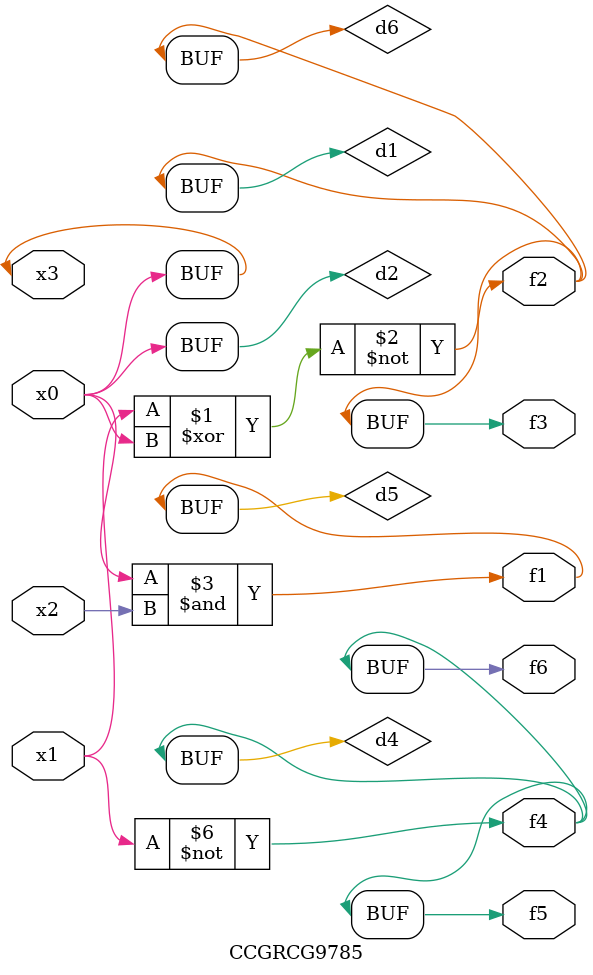
<source format=v>
module CCGRCG9785(
	input x0, x1, x2, x3,
	output f1, f2, f3, f4, f5, f6
);

	wire d1, d2, d3, d4, d5, d6;

	xnor (d1, x1, x3);
	buf (d2, x0, x3);
	nand (d3, x0, x2);
	not (d4, x1);
	nand (d5, d3);
	or (d6, d1);
	assign f1 = d5;
	assign f2 = d6;
	assign f3 = d6;
	assign f4 = d4;
	assign f5 = d4;
	assign f6 = d4;
endmodule

</source>
